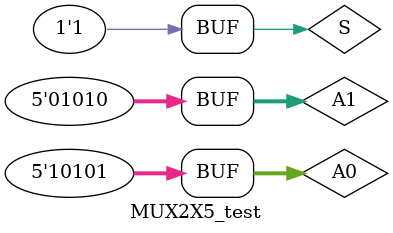
<source format=v>
`timescale 1ns / 1ps


module MUX2X5_test;

	// Inputs
	reg [4:0] A0;
	reg [4:0] A1;
	reg S;

	// Outputs
	wire [4:0] Y;

	// Instantiate the Unit Under Test (UUT)
	MUX2X5 uut (
		.A0(A0), 
		.A1(A1), 
		.S(S), 
		.Y(Y)
	);

	initial begin
		// Initialize Inputs
		A0 = 0;
		A1 = 0;
		S = 0;

		// Wait 100 ns for global reset to finish
		#100;
        
		// Add stimulus here
				A0=5'b11111;
		A1=5'b00000;
		S=1;
		#100;
		A0=5'b10101;
		A1=5'b01010;
		S=0;
		#100;
		S=1;
		#100;

	end
      
endmodule


</source>
